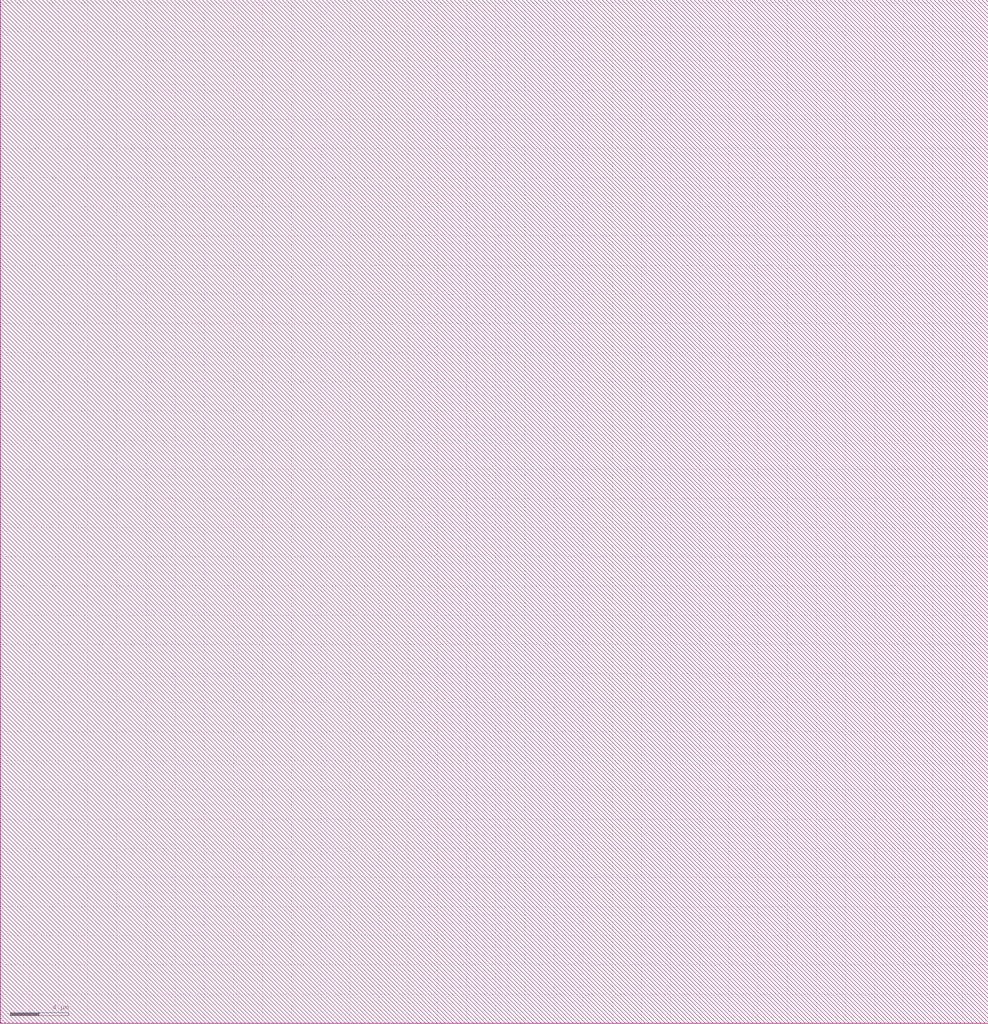
<source format=lef>
VERSION 5.6 ;

BUSBITCHARS "[]" ;

DIVIDERCHAR "/" ;

UNITS
    DATABASE MICRONS 1000 ;
END UNITS

MANUFACTURINGGRID 0.005000 ; 

CLEARANCEMEASURE EUCLIDEAN ; 

USEMINSPACING OBS ON ; 

SITE CoreSite
    CLASS CORE ;
    SIZE 0.600000 BY 0.300000 ;
END CoreSite

LAYER li1
   TYPE ROUTING ;
   DIRECTION VERTICAL ;
   MINWIDTH 0.300000 ;
   AREA 0.056250 ;
   WIDTH 0.300000 ;
   SPACINGTABLE
      PARALLELRUNLENGTH 0.0
      WIDTH 0.0 0.225000 ;
   PITCH 0.600000 0.600000 ;
END li1

LAYER mcon
    TYPE CUT ;
    SPACING 0.225000 ;
    WIDTH 0.300000 ;
    ENCLOSURE ABOVE 0.075000 0.075000 ;
    ENCLOSURE BELOW 0.000000 0.000000 ;
END mcon

LAYER met1
   TYPE ROUTING ;
   DIRECTION HORIZONTAL ;
   MINWIDTH 0.150000 ;
   AREA 0.084375 ;
   WIDTH 0.150000 ;
   SPACINGTABLE
      PARALLELRUNLENGTH 0.0
      WIDTH 0.0 0.150000 ;
   PITCH 0.300000 0.300000 ;
END met1

LAYER v1
    TYPE CUT ;
    SPACING 0.075000 ;
    WIDTH 0.300000 ;
    ENCLOSURE ABOVE 0.075000 0.075000 ;
    ENCLOSURE BELOW 0.075000 0.075000 ;
END v1

LAYER met2
   TYPE ROUTING ;
   DIRECTION VERTICAL ;
   MINWIDTH 0.150000 ;
   AREA 0.073125 ;
   WIDTH 0.150000 ;
   SPACINGTABLE
      PARALLELRUNLENGTH 0.0
      WIDTH 0.0 0.150000 ;
   PITCH 0.300000 0.300000 ;
END met2

LAYER v2
    TYPE CUT ;
    SPACING 0.150000 ;
    WIDTH 0.300000 ;
    ENCLOSURE ABOVE 0.075000 0.075000 ;
    ENCLOSURE BELOW 0.075000 0.000000 ;
END v2

LAYER met3
   TYPE ROUTING ;
   DIRECTION HORIZONTAL ;
   MINWIDTH 0.300000 ;
   AREA 0.241875 ;
   WIDTH 0.300000 ;
   SPACINGTABLE
      PARALLELRUNLENGTH 0.0
      WIDTH 0.0 0.300000 ;
   PITCH 0.600000 0.600000 ;
END met3

LAYER v3
    TYPE CUT ;
    SPACING 0.150000 ;
    WIDTH 0.450000 ;
    ENCLOSURE ABOVE 0.075000 0.075000 ;
    ENCLOSURE BELOW 0.075000 0.000000 ;
END v3

LAYER met4
   TYPE ROUTING ;
   DIRECTION VERTICAL ;
   MINWIDTH 0.300000 ;
   AREA 0.241875 ;
   WIDTH 0.300000 ;
   SPACINGTABLE
      PARALLELRUNLENGTH 0.0
      WIDTH 0.0 0.300000 ;
   PITCH 0.600000 0.600000 ;
END met4

LAYER v4
    TYPE CUT ;
    SPACING 0.450000 ;
    WIDTH 1.200000 ;
    ENCLOSURE ABOVE 0.150000 0.150000 ;
    ENCLOSURE BELOW 0.000000 0.000000 ;
END v4

LAYER met5
   TYPE ROUTING ;
   DIRECTION HORIZONTAL ;
   MINWIDTH 1.650000 ;
   AREA 4.005000 ;
   WIDTH 1.650000 ;
   SPACINGTABLE
      PARALLELRUNLENGTH 0.0
      WIDTH 0.0 1.650000 ;
   PITCH 3.300000 3.300000 ;
END met5

LAYER OVERLAP
   TYPE OVERLAP ;
END OVERLAP

VIA mcon_C DEFAULT
   LAYER li1 ;
     RECT -0.150000 -0.150000 0.150000 0.150000 ;
   LAYER mcon ;
     RECT -0.150000 -0.150000 0.150000 0.150000 ;
   LAYER met1 ;
     RECT -0.225000 -0.225000 0.225000 0.225000 ;
END mcon_C

VIA v1_C DEFAULT
   LAYER met1 ;
     RECT -0.225000 -0.225000 0.225000 0.225000 ;
   LAYER v1 ;
     RECT -0.150000 -0.150000 0.150000 0.150000 ;
   LAYER met2 ;
     RECT -0.225000 -0.225000 0.225000 0.225000 ;
END v1_C

VIA v2_C DEFAULT
   LAYER met2 ;
     RECT -0.150000 -0.225000 0.150000 0.225000 ;
   LAYER v2 ;
     RECT -0.150000 -0.150000 0.150000 0.150000 ;
   LAYER met3 ;
     RECT -0.225000 -0.225000 0.225000 0.225000 ;
END v2_C

VIA v2_Ch
   LAYER met2 ;
     RECT -0.225000 -0.150000 0.225000 0.150000 ;
   LAYER v2 ;
     RECT -0.150000 -0.150000 0.150000 0.150000 ;
   LAYER met3 ;
     RECT -0.225000 -0.225000 0.225000 0.225000 ;
END v2_Ch

VIA v2_Cv
   LAYER met2 ;
     RECT -0.150000 -0.225000 0.150000 0.225000 ;
   LAYER v2 ;
     RECT -0.150000 -0.150000 0.150000 0.150000 ;
   LAYER met3 ;
     RECT -0.225000 -0.225000 0.225000 0.225000 ;
END v2_Cv

VIA v3_C DEFAULT
   LAYER met3 ;
     RECT -0.300000 -0.225000 0.300000 0.225000 ;
   LAYER v3 ;
     RECT -0.225000 -0.225000 0.225000 0.225000 ;
   LAYER met4 ;
     RECT -0.300000 -0.300000 0.300000 0.300000 ;
END v3_C

VIA v3_Ch
   LAYER met3 ;
     RECT -0.300000 -0.225000 0.300000 0.225000 ;
   LAYER v3 ;
     RECT -0.225000 -0.225000 0.225000 0.225000 ;
   LAYER met4 ;
     RECT -0.300000 -0.300000 0.300000 0.300000 ;
END v3_Ch

VIA v3_Cv
   LAYER met3 ;
     RECT -0.300000 -0.225000 0.300000 0.225000 ;
   LAYER v3 ;
     RECT -0.225000 -0.225000 0.225000 0.225000 ;
   LAYER met4 ;
     RECT -0.300000 -0.300000 0.300000 0.300000 ;
END v3_Cv

VIA v4_C DEFAULT
   LAYER met4 ;
     RECT -0.600000 -0.600000 0.600000 0.600000 ;
   LAYER v4 ;
     RECT -0.600000 -0.600000 0.600000 0.600000 ;
   LAYER met5 ;
     RECT -0.750000 -0.750000 0.750000 0.750000 ;
END v4_C

MACRO _0_0std_0_0cells_0_0LATCH
    CLASS CORE ;
    FOREIGN _0_0std_0_0cells_0_0LATCH 0.000000 0.000000 ;
    ORIGIN 0.000000 0.000000 ;
    SIZE 6.600000 BY 3.900000 ;
    SYMMETRY X Y ;
    SITE CoreSite ;
    PIN CLK
        DIRECTION INPUT ;
        USE SIGNAL ;
        PORT
        LAYER li1 ;
        RECT 0.600000 3.300000 0.900000 3.600000 ;
        END
    END CLK
    PIN D
        DIRECTION INPUT ;
        USE SIGNAL ;
        PORT
        LAYER li1 ;
        RECT 2.400000 3.300000 2.700000 3.600000 ;
        END
    END D
    PIN Q
        DIRECTION OUTPUT ;
        USE SIGNAL ;
        PORT
        LAYER li1 ;
        RECT 0.600000 0.300000 0.900000 0.600000 ;
        END
        ANTENNADIFFAREA 0.703125 ;
    END Q
    PIN Vdd
        DIRECTION INPUT ;
        USE POWER ;
        PORT
        LAYER li1 ;
        RECT 4.200000 3.300000 4.500000 3.600000 ;
        END
        ANTENNADIFFAREA 0.590625 ;
    END Vdd
    PIN GND
        DIRECTION INPUT ;
        USE GROUND ;
        PORT
        LAYER li1 ;
        RECT 6.000000 3.300000 6.300000 3.600000 ;
        END
        ANTENNADIFFAREA 0.675000 ;
    END GND
    OBS
      LAYER li1 ;
         RECT 0.600000 1.800000 5.925000 2.025000 ;
    END
END _0_0std_0_0cells_0_0LATCH

MACRO _0_0std_0_0cells_0_0INVX1
    CLASS CORE ;
    FOREIGN _0_0std_0_0cells_0_0INVX1 0.000000 0.000000 ;
    ORIGIN 0.000000 0.000000 ;
    SIZE 2.400000 BY 2.700000 ;
    SYMMETRY X Y ;
    SITE CoreSite ;
    PIN A
        DIRECTION INPUT ;
        USE SIGNAL ;
        PORT
        LAYER li1 ;
        RECT 0.600000 2.100000 0.900000 2.400000 ;
        END
    END A
    PIN Y
        DIRECTION OUTPUT ;
        USE SIGNAL ;
        PORT
        LAYER li1 ;
        RECT 0.600000 0.300000 0.900000 0.600000 ;
        END
        ANTENNADIFFAREA 0.393750 ;
    END Y
    PIN Vdd
        DIRECTION INPUT ;
        USE POWER ;
        PORT
        LAYER li1 ;
        RECT 1.200000 2.100000 1.500000 2.400000 ;
        END
        ANTENNADIFFAREA 0.225000 ;
    END Vdd
    PIN GND
        DIRECTION INPUT ;
        USE GROUND ;
        PORT
        LAYER li1 ;
        RECT 1.800000 2.100000 2.100000 2.400000 ;
        END
        ANTENNADIFFAREA 0.168750 ;
    END GND
END _0_0std_0_0cells_0_0INVX1

MACRO _0_0std_0_0cells_0_0NOR2X1
    CLASS CORE ;
    FOREIGN _0_0std_0_0cells_0_0NOR2X1 0.000000 0.000000 ;
    ORIGIN 0.000000 0.000000 ;
    SIZE 3.000000 BY 3.300000 ;
    SYMMETRY X Y ;
    SITE CoreSite ;
    PIN A
        DIRECTION INPUT ;
        USE SIGNAL ;
        PORT
        LAYER li1 ;
        RECT 0.600000 2.700000 0.900000 3.000000 ;
        END
    END A
    PIN B
        DIRECTION INPUT ;
        USE SIGNAL ;
        PORT
        LAYER li1 ;
        RECT 1.200000 2.700000 1.500000 3.000000 ;
        END
    END B
    PIN Y
        DIRECTION OUTPUT ;
        USE SIGNAL ;
        PORT
        LAYER li1 ;
        RECT 0.600000 0.300000 0.900000 0.600000 ;
        END
        ANTENNADIFFAREA 0.590625 ;
    END Y
    PIN Vdd
        DIRECTION INPUT ;
        USE POWER ;
        PORT
        LAYER li1 ;
        RECT 1.800000 2.700000 2.100000 3.000000 ;
        END
        ANTENNADIFFAREA 0.421875 ;
    END Vdd
    PIN GND
        DIRECTION INPUT ;
        USE GROUND ;
        PORT
        LAYER li1 ;
        RECT 2.400000 2.700000 2.700000 3.000000 ;
        END
        ANTENNADIFFAREA 0.337500 ;
    END GND
END _0_0std_0_0cells_0_0NOR2X1

MACRO _0_0cell_0_0gcelem3x0
    CLASS CORE ;
    FOREIGN _0_0cell_0_0gcelem3x0 0.000000 0.000000 ;
    ORIGIN 0.000000 0.000000 ;
    SIZE 8.400000 BY 3.000000 ;
    SYMMETRY X Y ;
    SITE CoreSite ;
    PIN in_50_6
        DIRECTION INPUT ;
        USE SIGNAL ;
        PORT
        LAYER li1 ;
        RECT 0.600000 2.400000 0.900000 2.700000 ;
        END
    END in_50_6
    PIN in_51_6
        DIRECTION INPUT ;
        USE SIGNAL ;
        PORT
        LAYER li1 ;
        RECT 2.400000 2.400000 2.700000 2.700000 ;
        END
    END in_51_6
    PIN in_52_6
        DIRECTION INPUT ;
        USE SIGNAL ;
        PORT
        LAYER li1 ;
        RECT 4.200000 2.400000 4.500000 2.700000 ;
        END
    END in_52_6
    PIN out
        DIRECTION OUTPUT ;
        USE SIGNAL ;
        PORT
        LAYER li1 ;
        RECT 0.600000 0.300000 0.900000 0.600000 ;
        END
        ANTENNADIFFAREA 0.337500 ;
    END out
    PIN Vdd
        DIRECTION INPUT ;
        USE POWER ;
        PORT
        LAYER li1 ;
        RECT 6.000000 2.400000 6.300000 2.700000 ;
        END
        ANTENNADIFFAREA 0.450000 ;
    END Vdd
    PIN GND
        DIRECTION INPUT ;
        USE GROUND ;
        PORT
        LAYER li1 ;
        RECT 7.800000 2.400000 8.100000 2.700000 ;
        END
        ANTENNADIFFAREA 0.337500 ;
    END GND
END _0_0cell_0_0gcelem3x0

MACRO _0_0std_0_0cells_0_0MUX2X1
    CLASS CORE ;
    FOREIGN _0_0std_0_0cells_0_0MUX2X1 0.000000 0.000000 ;
    ORIGIN 0.000000 0.000000 ;
    SIZE 6.000000 BY 3.600000 ;
    SYMMETRY X Y ;
    SITE CoreSite ;
    PIN A
        DIRECTION INPUT ;
        USE SIGNAL ;
        PORT
        LAYER li1 ;
        RECT 0.600000 3.000000 0.900000 3.300000 ;
        END
    END A
    PIN B
        DIRECTION INPUT ;
        USE SIGNAL ;
        PORT
        LAYER li1 ;
        RECT 1.800000 3.000000 2.100000 3.300000 ;
        END
    END B
    PIN S
        DIRECTION INPUT ;
        USE SIGNAL ;
        PORT
        LAYER li1 ;
        RECT 3.000000 3.000000 3.300000 3.300000 ;
        END
    END S
    PIN Y
        DIRECTION OUTPUT ;
        USE SIGNAL ;
        PORT
        LAYER li1 ;
        RECT 0.600000 0.300000 0.900000 0.600000 ;
        END
        ANTENNADIFFAREA 1.406250 ;
    END Y
    PIN Vdd
        DIRECTION INPUT ;
        USE POWER ;
        PORT
        LAYER li1 ;
        RECT 4.200000 3.000000 4.500000 3.300000 ;
        END
        ANTENNADIFFAREA 0.759375 ;
    END Vdd
    PIN GND
        DIRECTION INPUT ;
        USE GROUND ;
        PORT
        LAYER li1 ;
        RECT 5.400000 3.000000 5.700000 3.300000 ;
        END
        ANTENNADIFFAREA 0.382500 ;
    END GND
END _0_0std_0_0cells_0_0MUX2X1

MACRO _0_0std_0_0cells_0_0NAND2X1
    CLASS CORE ;
    FOREIGN _0_0std_0_0cells_0_0NAND2X1 0.000000 0.000000 ;
    ORIGIN 0.000000 0.000000 ;
    SIZE 3.000000 BY 3.000000 ;
    SYMMETRY X Y ;
    SITE CoreSite ;
    PIN A
        DIRECTION INPUT ;
        USE SIGNAL ;
        PORT
        LAYER li1 ;
        RECT 0.600000 2.400000 0.900000 2.700000 ;
        END
    END A
    PIN B
        DIRECTION INPUT ;
        USE SIGNAL ;
        PORT
        LAYER li1 ;
        RECT 1.200000 2.400000 1.500000 2.700000 ;
        END
    END B
    PIN Y
        DIRECTION OUTPUT ;
        USE SIGNAL ;
        PORT
        LAYER li1 ;
        RECT 0.600000 0.300000 0.900000 0.600000 ;
        END
        ANTENNADIFFAREA 0.506250 ;
    END Y
    PIN Vdd
        DIRECTION INPUT ;
        USE POWER ;
        PORT
        LAYER li1 ;
        RECT 1.800000 2.400000 2.100000 2.700000 ;
        END
        ANTENNADIFFAREA 0.450000 ;
    END Vdd
    PIN GND
        DIRECTION INPUT ;
        USE GROUND ;
        PORT
        LAYER li1 ;
        RECT 2.400000 2.400000 2.700000 2.700000 ;
        END
        ANTENNADIFFAREA 0.281250 ;
    END GND
END _0_0std_0_0cells_0_0NAND2X1

MACRO _0_0cell_0_0gcelem2x0
    CLASS CORE ;
    FOREIGN _0_0cell_0_0gcelem2x0 0.000000 0.000000 ;
    ORIGIN 0.000000 0.000000 ;
    SIZE 6.600000 BY 3.000000 ;
    SYMMETRY X Y ;
    SITE CoreSite ;
    PIN in_50_6
        DIRECTION INPUT ;
        USE SIGNAL ;
        PORT
        LAYER li1 ;
        RECT 0.600000 2.400000 0.900000 2.700000 ;
        END
    END in_50_6
    PIN in_51_6
        DIRECTION INPUT ;
        USE SIGNAL ;
        PORT
        LAYER li1 ;
        RECT 2.400000 2.400000 2.700000 2.700000 ;
        END
    END in_51_6
    PIN out
        DIRECTION OUTPUT ;
        USE SIGNAL ;
        PORT
        LAYER li1 ;
        RECT 0.600000 0.300000 0.900000 0.600000 ;
        END
        ANTENNADIFFAREA 0.337500 ;
    END out
    PIN Vdd
        DIRECTION INPUT ;
        USE POWER ;
        PORT
        LAYER li1 ;
        RECT 4.200000 2.400000 4.500000 2.700000 ;
        END
        ANTENNADIFFAREA 0.450000 ;
    END Vdd
    PIN GND
        DIRECTION INPUT ;
        USE GROUND ;
        PORT
        LAYER li1 ;
        RECT 6.000000 2.400000 6.300000 2.700000 ;
        END
        ANTENNADIFFAREA 0.337500 ;
    END GND
END _0_0cell_0_0gcelem2x0

MACRO _0_0std_0_0cells_0_0TIELOX1
    CLASS CORE ;
    FOREIGN _0_0std_0_0cells_0_0TIELOX1 0.000000 0.000000 ;
    ORIGIN 0.000000 0.000000 ;
    SIZE 2.400000 BY 3.000000 ;
    SYMMETRY X Y ;
    SITE CoreSite ;
    PIN Y
        DIRECTION OUTPUT ;
        USE SIGNAL ;
        PORT
        LAYER li1 ;
        RECT 0.600000 0.300000 0.900000 0.600000 ;
        END
        ANTENNADIFFAREA 0.168750 ;
    END Y
    PIN Vdd
        DIRECTION INPUT ;
        USE POWER ;
        PORT
        LAYER li1 ;
        RECT 0.600000 2.400000 0.900000 2.700000 ;
        END
        ANTENNADIFFAREA 0.281250 ;
    END Vdd
    PIN GND
        DIRECTION INPUT ;
        USE GROUND ;
        PORT
        LAYER li1 ;
        RECT 1.800000 2.400000 2.100000 2.700000 ;
        END
        ANTENNADIFFAREA 0.168750 ;
    END GND
END _0_0std_0_0cells_0_0TIELOX1

MACRO _0_0std_0_0cells_0_0FAX1
    CLASS CORE ;
    FOREIGN _0_0std_0_0cells_0_0FAX1 0.000000 0.000000 ;
    ORIGIN 0.000000 0.000000 ;
    SIZE 10.800000 BY 6.600000 ;
    SYMMETRY X Y ;
    SITE CoreSite ;
    PIN A
        DIRECTION INPUT ;
        USE SIGNAL ;
        PORT
        LAYER li1 ;
        RECT 0.600000 6.000000 0.900000 6.300000 ;
        END
    END A
    PIN B
        DIRECTION INPUT ;
        USE SIGNAL ;
        PORT
        LAYER li1 ;
        RECT 3.000000 6.000000 3.300000 6.300000 ;
        END
    END B
    PIN C
        DIRECTION INPUT ;
        USE SIGNAL ;
        PORT
        LAYER li1 ;
        RECT 5.400000 6.000000 5.700000 6.300000 ;
        END
    END C
    PIN YC
        DIRECTION OUTPUT ;
        USE SIGNAL ;
        PORT
        LAYER li1 ;
        RECT 0.600000 0.300000 0.900000 0.600000 ;
        END
        ANTENNADIFFAREA 0.393750 ;
    END YC
    PIN YS
        DIRECTION OUTPUT ;
        USE SIGNAL ;
        PORT
        LAYER li1 ;
        RECT 5.400000 0.300000 5.700000 0.600000 ;
        END
        ANTENNADIFFAREA 0.393750 ;
    END YS
    PIN Vdd
        DIRECTION INPUT ;
        USE POWER ;
        PORT
        LAYER li1 ;
        RECT 7.800000 6.000000 8.100000 6.300000 ;
        END
        ANTENNADIFFAREA 2.610000 ;
    END Vdd
    PIN GND
        DIRECTION INPUT ;
        USE GROUND ;
        PORT
        LAYER li1 ;
        RECT 10.200000 6.000000 10.500000 6.300000 ;
        END
        ANTENNADIFFAREA 1.856250 ;
    END GND
    OBS
      LAYER li1 ;
         RECT 0.600000 1.800000 10.125000 4.725000 ;
    END
END _0_0std_0_0cells_0_0FAX1

MACRO _0_0std_0_0cells_0_0NOR2X2
    CLASS CORE ;
    FOREIGN _0_0std_0_0cells_0_0NOR2X2 0.000000 0.000000 ;
    ORIGIN 0.000000 0.000000 ;
    SIZE 3.000000 BY 4.800000 ;
    SYMMETRY X Y ;
    SITE CoreSite ;
    PIN A
        DIRECTION INPUT ;
        USE SIGNAL ;
        PORT
        LAYER li1 ;
        RECT 0.600000 4.200000 0.900000 4.500000 ;
        END
    END A
    PIN B
        DIRECTION INPUT ;
        USE SIGNAL ;
        PORT
        LAYER li1 ;
        RECT 1.200000 4.200000 1.500000 4.500000 ;
        END
    END B
    PIN Y
        DIRECTION OUTPUT ;
        USE SIGNAL ;
        PORT
        LAYER li1 ;
        RECT 0.600000 0.300000 0.900000 0.600000 ;
        END
        ANTENNADIFFAREA 1.125000 ;
    END Y
    PIN Vdd
        DIRECTION INPUT ;
        USE POWER ;
        PORT
        LAYER li1 ;
        RECT 1.800000 4.200000 2.100000 4.500000 ;
        END
        ANTENNADIFFAREA 0.843750 ;
    END Vdd
    PIN GND
        DIRECTION INPUT ;
        USE GROUND ;
        PORT
        LAYER li1 ;
        RECT 2.400000 4.200000 2.700000 4.500000 ;
        END
        ANTENNADIFFAREA 0.562500 ;
    END GND
    OBS
      LAYER li1 ;
         RECT 0.600000 1.800000 2.325000 2.925000 ;
    END
END _0_0std_0_0cells_0_0NOR2X2

MACRO _0_0std_0_0cells_0_0LATCHINV
    CLASS CORE ;
    FOREIGN _0_0std_0_0cells_0_0LATCHINV 0.000000 0.000000 ;
    ORIGIN 0.000000 0.000000 ;
    SIZE 6.000000 BY 3.900000 ;
    SYMMETRY X Y ;
    SITE CoreSite ;
    PIN CLK
        DIRECTION INPUT ;
        USE SIGNAL ;
        PORT
        LAYER li1 ;
        RECT 0.600000 3.300000 0.900000 3.600000 ;
        END
    END CLK
    PIN D
        DIRECTION INPUT ;
        USE SIGNAL ;
        PORT
        LAYER li1 ;
        RECT 1.800000 3.300000 2.100000 3.600000 ;
        END
    END D
    PIN q
        DIRECTION INPUT ;
        USE SIGNAL ;
        PORT
        LAYER li1 ;
        RECT 3.000000 3.300000 3.300000 3.600000 ;
        END
    END q
    PIN __q
        DIRECTION OUTPUT ;
        USE SIGNAL ;
        PORT
        LAYER li1 ;
        RECT 0.600000 0.300000 0.900000 0.600000 ;
        END
        ANTENNADIFFAREA 1.406250 ;
    END __q
    PIN Vdd
        DIRECTION INPUT ;
        USE POWER ;
        PORT
        LAYER li1 ;
        RECT 4.200000 3.300000 4.500000 3.600000 ;
        END
        ANTENNADIFFAREA 0.731250 ;
    END Vdd
    PIN GND
        DIRECTION INPUT ;
        USE GROUND ;
        PORT
        LAYER li1 ;
        RECT 5.400000 3.300000 5.700000 3.600000 ;
        END
        ANTENNADIFFAREA 0.562500 ;
    END GND
    OBS
      LAYER li1 ;
         RECT 0.600000 1.800000 5.325000 2.025000 ;
    END
END _0_0std_0_0cells_0_0LATCHINV

MACRO welltap_svt
    CLASS CORE WELLTAP ;
    FOREIGN welltap_svt 0.000000 0.000000 ;
    ORIGIN 0.000000 0.000000 ;
    SIZE 1.200000 BY 2.100000 ;
    SYMMETRY X Y ;
    SITE CoreSite ;
    PIN Vdd
        DIRECTION INPUT ;
        USE POWER ;
        PORT
        LAYER li1 ;
        RECT 0.600000 1.500000 0.900000 1.800000 ;
        END
    END Vdd
    PIN GND
        DIRECTION INPUT ;
        USE GROUND ;
        PORT
        LAYER li1 ;
        RECT 0.600000 0.300000 0.900000 0.600000 ;
        END
    END GND
END welltap_svt

MACRO circuitppnp
   CLASS CORE ;
   FOREIGN circuitppnp 0.000000 0.000000 ;
   ORIGIN 0.000000 0.000000 ; 
   SIZE 67.800000 BY 70.200000 ; 
   SYMMETRY X Y ;
   SITE CoreSite ;
END circuitppnp

MACRO circuitwell
   CLASS CORE ;
   FOREIGN circuitwell 0.000000 0.000000 ;
   ORIGIN 0.000000 0.000000 ; 
   SIZE 67.800000 BY 70.200000 ; 
   SYMMETRY X Y ;
   SITE CoreSite ;
END circuitwell


</source>
